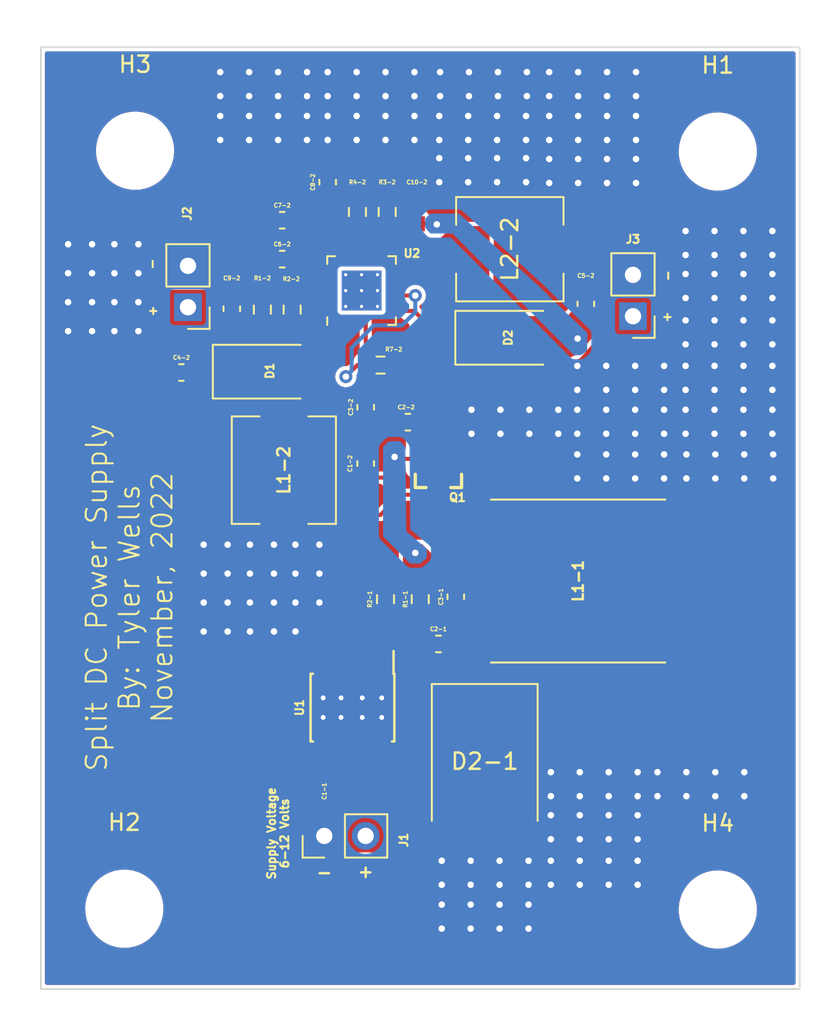
<source format=kicad_pcb>
(kicad_pcb (version 20211014) (generator pcbnew)
  (layers (0 "F.Cu" signal) (31 "B.Cu" signal) (34 "B.Paste" user) (35 "F.Paste" user) (36 "B.SilkS" user "B.Silkscreen") (37 "F.SilkS" user "F.Silkscreen") (38 "B.Mask" user) (39 "F.Mask" user) (44 "Edge.Cuts" user))
  (net 0 "")
  (net 1 "Net-(C1-1-Pad1)")
  (net 2 "Earth")
  (net 3 "Net-(C1-2-Pad1)")
  (net 4 "Net-(C2-1-Pad1)")
  (net 5 "Net-(C2-1-Pad2)")
  (net 6 "5V")
  (net 7 "Net-(C3-2-Pad1)")
  (net 8 "Net-(C4-2-Pad1)")
  (net 9 "Net-(C6-2-Pad1)")
  (net 10 "Net-(C7-2-Pad1)")
  (net 11 "Net-(C8-2-Pad1)")
  (net 12 "Net-(C9-2-Pad2)")
  (net 13 "Net-(C10-2-Pad1)")
  (net 14 "Net-(D1-Pad2)")
  (net 15 "Net-(D2-Pad1)")
  (net 16 "Net-(Q1-Pad1)")
  (net 17 "Net-(R1-1-Pad2)")
  (net 24 "Net-(C10-2-Pad2)")
  (footprint "Connector_PinHeader_2.54mm:PinHeader_1x02_P2.54mm_Vertical" (layer "F.Cu") (at 72.5612 47.2948 180)
    (fp_text reference "J3")
    (fp_text value "Conn_01x02")
  )
  (footprint "Capacitor_SMD:C_0603_1608Metric_Pad1.08x0.95mm_HandSolder" (layer "F.Cu") (at 51.0032 41.402 180)
    (fp_text reference "C7-2")
    (fp_text value "4.7 nF")
  )
  (footprint "Inductor_SMD:L_6.3x6.3_H3" (layer "F.Cu") (at 64.992 43.18)
    (fp_text reference "L2-2")
    (fp_text value "4.7 µH")
  )
  (footprint "Capacitor_SMD:C_0603_1608Metric_Pad1.08x0.95mm_HandSolder" (layer "F.Cu") (at 53.7972 39.0652 90)
    (fp_text reference "C8-2")
    (fp_text value "220 nF")
  )
  (footprint "MountingHole:MountingHole_4.3mm_M4" (layer "F.Cu") (at 77.7748 83.7184)
    (fp_text reference "H4")
    (fp_text value "MountingHole")
  )
  (footprint "Resistor_SMD:R_0603_1608Metric_Pad0.98x0.95mm_HandSolder" (layer "F.Cu") (at 59.4868 64.6684 -90)
    (fp_text reference "R1-1")
    (fp_text value "10kΩ")
  )
  (footprint "Resistor_SMD:R_0603_1608Metric_Pad0.98x0.95mm_HandSolder" (layer "F.Cu") (at 57.0484 50.292 180)
    (fp_text reference "R7-2")
    (fp_text value "100 Ω")
  )
  (footprint "Capacitor_SMD:C_0603_1608Metric_Pad1.08x0.95mm_HandSolder" (layer "F.Cu") (at 51.0032 43.7896 180)
    (fp_text reference "C6-2")
    (fp_text value "10 nF")
  )
  (footprint "Mis:CAPC1608X90" (layer "F.Cu") (at 59.2836 40.8432 -90)
    (fp_text reference "C10-2")
    (fp_text value "577 nF")
  )
  (footprint "Connector_PinHeader_2.54mm:PinHeader_1x02_P2.54mm_Vertical" (layer "F.Cu") (at 53.589 79.1972 90)
    (fp_text reference "J1")
    (fp_text value "Conn_01x02")
  )
  (footprint "Capacitor_SMD:C_0603_1608Metric" (layer "F.Cu") (at 61.6712 64.516 -90)
    (fp_text reference "C3-1")
    (fp_text value "22 µF")
  )
  (footprint "Capacitor_SMD:C_0603_1608Metric_Pad1.08x0.95mm_HandSolder" (layer "F.Cu") (at 47.9044 46.8376 90)
    (fp_text reference "C9-2")
    (fp_text value "423 nF")
  )
  (footprint "Package_DFN_QFN:VQFN-24-1EP_4x4mm_P0.5mm_EP2.45x2.45mm_ThermalVias" (layer "F.Cu") (at 55.88 45.72 90)
    (fp_text reference "U2")
    (fp_text value "TPS65131RGE")
  )
  (footprint "MountingHole:MountingHole_4.3mm_M4" (layer "F.Cu") (at 77.7748 37.1856)
    (fp_text reference "H1")
    (fp_text value "MountingHole")
  )
  (footprint "Resistor_SMD:R_0603_1608Metric_Pad0.98x0.95mm_HandSolder" (layer "F.Cu") (at 51.6128 46.8884 -90)
    (fp_text reference "R2-2")
    (fp_text value "150kΩ")
  )
  (footprint "Capacitor_SMD:C_0603_1608Metric_Pad1.08x0.95mm_HandSolder" (layer "F.Cu") (at 56.134 56.3372 90)
    (fp_text reference "C1-2")
    (fp_text value "4.7 µF")
  )
  (footprint "MountingHole:MountingHole_4.3mm_M4" (layer "F.Cu") (at 41.3004 83.6676)
    (fp_text reference "H2")
    (fp_text value "MountingHole")
  )
  (footprint "Mis:SOT23" (layer "F.Cu") (at 60.6044 57.15 180)
    (fp_text reference "Q1")
    (fp_text value "Q_PMOS_GSD")
  )
  (footprint "Capacitor_SMD:C_0603_1608Metric" (layer "F.Cu") (at 69.6656 46.5328 90)
    (fp_text reference "C5-2")
    (fp_text value "22 µF")
  )
  (footprint "Resistor_SMD:R_0603_1608Metric_Pad0.98x0.95mm_HandSolder" (layer "F.Cu") (at 55.626 40.894 -90)
    (fp_text reference "R4-2")
    (fp_text value "130kΩ")
  )
  (footprint "Mis:IND_ETQP4M470KVC" (layer "F.Cu") (at 69.1896 63.5508 180)
    (fp_text reference "L1-1")
    (fp_text value "47 µH")
  )
  (footprint "Resistor_SMD:R_0603_1608Metric_Pad0.98x0.95mm_HandSolder" (layer "F.Cu") (at 49.784 46.8884 90)
    (fp_text reference "R1-2")
    (fp_text value "1.3MΩ")
  )
  (footprint "Diode_SMD:D_SMC" (layer "F.Cu") (at 63.4492 74.6724 -90)
    (fp_text reference "D2-1")
    (fp_text value "B340")
  )
  (footprint "Resistor_SMD:R_0603_1608Metric_Pad0.98x0.95mm_HandSolder" (layer "F.Cu") (at 57.3532 64.6684 90)
    (fp_text reference "R2-1")
    (fp_text value "3.24kΩ")
  )
  (footprint "MountingHole:MountingHole_4.3mm_M4" (layer "F.Cu") (at 41.9608 37.1348)
    (fp_text reference "H3")
    (fp_text value "MountingHole")
  )
  (footprint "Mis:CAPC1608X90" (layer "F.Cu") (at 55.3212 76.454 180)
    (fp_text reference "C1-1")
    (fp_text value "10µF")
  )
  (footprint "Diode_SMD:D_SMA" (layer "F.Cu") (at 65.0428 48.6156)
    (fp_text reference "D2")
    (fp_text value "B120-E3")
  )
  (footprint "Package_SO:TI_SO-PowerPAD-8_ThermalVias" (layer "F.Cu") (at 55.3212 71.3232 -90)
    (fp_text reference "U1")
    (fp_text value "TPS5430DDA")
  )
  (footprint "Inductor_SMD:L_6.3x6.3_H3" (layer "F.Cu") (at 51.1048 56.7436 90)
    (fp_text reference "L1-2")
    (fp_text value "4.7 µH")
  )
  (footprint "Resistor_SMD:R_0603_1608Metric_Pad0.98x0.95mm_HandSolder" (layer "F.Cu") (at 57.4548 40.894 90)
    (fp_text reference "R3-2")
    (fp_text value "1.3 MΩ")
  )
  (footprint "Capacitor_SMD:C_0603_1608Metric_Pad1.08x0.95mm_HandSolder" (layer "F.Cu") (at 58.7248 53.7972 180)
    (fp_text reference "C2-2")
    (fp_text value "4.7 µF")
  )
  (footprint "Capacitor_SMD:C_0603_1608Metric_Pad1.08x0.95mm_HandSolder" (layer "F.Cu") (at 56.134 52.8828 -90)
    (fp_text reference "C3-2")
    (fp_text value "100 nF")
  )
  (footprint "Connector_PinHeader_2.54mm:PinHeader_1x02_P2.54mm_Vertical" (layer "F.Cu") (at 45.212 46.741 180)
    (fp_text reference "J2")
    (fp_text value "Conn_01x02")
  )
  (footprint "Capacitor_SMD:C_0603_1608Metric_Pad1.08x0.95mm_HandSolder" (layer "F.Cu") (at 60.6044 67.4116 180)
    (fp_text reference "C2-1")
    (fp_text value "0.01µF")
  )
  (footprint "Capacitor_SMD:C_0603_1608Metric" (layer "F.Cu") (at 44.8056 50.7492 180)
    (fp_text reference "C4-2")
    (fp_text value "22 µF")
  )
  (footprint "Diode_SMD:D_SMA" (layer "F.Cu") (at 50.1396 50.6984)
    (fp_text reference "D1")
    (fp_text value "B120-E3")
  )
  (gr_rect locked (start 36.1696 30.7848) (end 82.804 88.5952) (layer "Edge.Cuts") (width 0.1) (fill none))
  (gr_text "-" (at 43.0784 44.0944 -90) (layer "F.SilkS") (effects (font (size 0.5 0.5) (thickness 0.125))))
  (gr_text "-" (at 53.594 81.4324) (layer "F.SilkS") (effects (font (size 0.75 0.75))))
  (gr_text "+" (at 56.134 81.3816) (layer "F.SilkS") (effects (font (size 0.75 0.75))))
  (gr_text "+" (at 74.644 47.3456 90) (layer "F.SilkS") (effects (font (size 0.5 0.5) (thickness 0.125)) (justify mirror)))
  (gr_text "+" (at 43.0784 46.9392) (layer "F.SilkS") (effects (font (size 0.5 0.5) (thickness 0.125))))
  (gr_text "Split DC Power Supply\nBy: Tyler Wells\nNovember, 2022\n\n" (at 42.6212 64.5668 -270) (layer "F.SilkS") (effects (font (size 1.25 1.25) (thickness 0.125))))
  (gr_text "-" (at 74.6948 44.8056 90) (layer "F.SilkS") (effects (font (size 0.5 0.5) (thickness 0.125)) (justify mirror)))
  (gr_text "Supply Voltage\n6-12 Volts" (at 50.7492 79.0448 -270) (layer "F.SilkS") (effects (font (size 0.5 0.5) (thickness 0.125))))
  (segment locked (start 53.7972 38.2027) (end 53.7972 38.2524) (width 0.25) (layer "F.Cu") (net 2))
  (segment locked (start 51.6128 47.8009) (end 51.6128 48.1584) (width 0.25) (layer "F.Cu") (net 2))
  (via locked (at 81.1276 47.5488) (size 0.8) (drill 0.4) (layers "F.Cu" "B.Cu") (net 2))
  (via locked (at 37.846 44.6532) (size 0.8) (drill 0.4) (layers "F.Cu" "B.Cu") (net 2))
  (via locked (at 70.9676 35.0012) (size 0.8) (drill 0.4) (layers "F.Cu" "B.Cu") (net 2))
  (via locked (at 62.6364 54.5084) (size 0.8) (drill 0.4) (layers "F.Cu" "B.Cu") (net 2))
  (via locked (at 49.022 63.0936) (size 0.8) (drill 0.4) (layers "F.Cu" "B.Cu") (net 2))
  (via locked (at 50.7492 33.782) (size 0.8) (drill 0.4) (layers "F.Cu" "B.Cu") (net 2))
  (via locked (at 70.9168 51.816) (size 0.8) (drill 0.4) (layers "F.Cu" "B.Cu") (net 2))
  (via locked (at 66.1416 82.1944) (size 0.8) (drill 0.4) (layers "F.Cu" "B.Cu") (net 2))
  (via locked (at 53.7972 36.4744) (size 0.8) (drill 0.4) (layers "F.Cu" "B.Cu") (net 2))
  (via locked (at 49.022 66.6496) (size 0.8) (drill 0.4) (layers "F.Cu" "B.Cu") (net 2))
  (via locked (at 72.8472 79.4004) (size 0.8) (drill 0.4) (layers "F.Cu" "B.Cu") (net 2))
  (via locked (at 79.3496 43.5356) (size 0.8) (drill 0.4) (layers "F.Cu" "B.Cu") (net 2))
  (via locked (at 51.816 61.3156) (size 0.8) (drill 0.4) (layers "F.Cu" "B.Cu") (net 2))
  (via locked (at 60.706 32.3088) (size 0.8) (drill 0.4) (layers "F.Cu" "B.Cu") (net 2))
  (via locked (at 79.4004 57.2516) (size 0.8) (drill 0.4) (layers "F.Cu" "B.Cu") (net 2))
  (via locked (at 51.816 66.6496) (size 0.8) (drill 0.4) (layers "F.Cu" "B.Cu") (net 2))
  (via locked (at 74.4728 50.3428) (size 0.8) (drill 0.4) (layers "F.Cu" "B.Cu") (net 2))
  (via locked (at 77.5716 44.704) (size 0.8) (drill 0.4) (layers "F.Cu" "B.Cu") (net 2))
  (via locked (at 42.164 42.8752) (size 0.8) (drill 0.4) (layers "F.Cu" "B.Cu") (net 2))
  (via locked (at 39.3192 42.8752) (size 0.8) (drill 0.4) (layers "F.Cu" "B.Cu") (net 2))
  (via locked (at 59.1312 36.4744) (size 0.8) (drill 0.4) (layers "F.Cu" "B.Cu") (net 2))
  (via locked (at 70.9168 55.7784) (size 0.8) (drill 0.4) (layers "F.Cu" "B.Cu") (net 2))
  (via locked (at 60.6552 36.4744) (size 0.8) (drill 0.4) (layers "F.Cu" "B.Cu") (net 2))
  (via locked (at 53.2892 61.3156) (size 0.8) (drill 0.4) (layers "F.Cu" "B.Cu") (net 2))
  (via locked (at 39.3192 44.6532) (size 0.8) (drill 0.4) (layers "F.Cu" "B.Cu") (net 2))
  (via locked (at 72.7456 35.0012) (size 0.8) (drill 0.4) (layers "F.Cu" "B.Cu") (net 2))
  (via locked (at 72.8472 75.2856) (size 0.8) (drill 0.4) (layers "F.Cu" "B.Cu") (net 2))
  (via locked (at 53.2892 64.8716) (size 0.8) (drill 0.4) (layers "F.Cu" "B.Cu") (net 2))
  (via locked (at 60.706 33.782) (size 0.8) (drill 0.4) (layers "F.Cu" "B.Cu") (net 2))
  (via locked (at 67.4116 39.116) (size 0.8) (drill 0.4) (layers "F.Cu" "B.Cu") (net 2))
  (via locked (at 55.5752 36.4744) (size 0.8) (drill 0.4) (layers "F.Cu" "B.Cu") (net 2))
  (via locked (at 75.7936 44.704) (size 0.8) (drill 0.4) (layers "F.Cu" "B.Cu") (net 2))
  (via locked (at 77.6224 55.7784) (size 0.8) (drill 0.4) (layers "F.Cu" "B.Cu") (net 2))
  (via locked (at 64.2112 35.0012) (size 0.8) (drill 0.4) (layers "F.Cu" "B.Cu") (net 2))
  (via locked (at 62.4332 35.0012) (size 0.8) (drill 0.4) (layers "F.Cu" "B.Cu") (net 2))
  (via locked (at 74.0664 76.7588) (size 0.8) (drill 0.4) (layers "F.Cu" "B.Cu") (net 2))
  (via locked (at 46.1772 63.0936) (size 0.8) (drill 0.4) (layers "F.Cu" "B.Cu") (net 2))
  (via locked (at 72.8472 77.9272) (size 0.8) (drill 0.4) (layers "F.Cu" "B.Cu") (net 2))
  (via locked (at 57.3532 32.3088) (size 0.8) (drill 0.4) (layers "F.Cu" "B.Cu") (net 2))
  (via locked (at 71.0692 82.1944) (size 0.8) (drill 0.4) (layers "F.Cu" "B.Cu") (net 2))
  (via locked (at 79.4004 55.7784) (size 0.8) (drill 0.4) (layers "F.Cu" "B.Cu") (net 2))
  (via locked (at 60.8076 80.7212) (size 0.8) (drill 0.4) (layers "F.Cu" "B.Cu") (net 2))
  (via locked (at 70.9676 32.3088) (size 0.8) (drill 0.4) (layers "F.Cu" "B.Cu") (net 2))
  (via locked (at 77.6224 57.2516) (size 0.8) (drill 0.4) (layers "F.Cu" "B.Cu") (net 2))
  (via locked (at 81.1784 57.2516) (size 0.8) (drill 0.4) (layers "F.Cu" "B.Cu") (net 2))
  (via locked (at 60.6552 39.0652) (size 0.8) (drill 0.4) (layers "F.Cu" "B.Cu") (net 2))
  (via locked (at 47.1932 35.0012) (size 0.8) (drill 0.4) (layers "F.Cu" "B.Cu") (net 2))
  (via locked (at 42.164 48.2092) (size 0.8) (drill 0.4) (layers "F.Cu" "B.Cu") (net 2))
  (via locked (at 77.6224 76.7588) (size 0.8) (drill 0.4) (layers "F.Cu" "B.Cu") (net 2))
  (via locked (at 62.4332 36.4744) (size 0.8) (drill 0.4) (layers "F.Cu" "B.Cu") (net 2))
  (via locked (at 77.5716 49.022) (size 0.8) (drill 0.4) (layers "F.Cu" "B.Cu") (net 2))
  (via locked (at 66.1416 80.7212) (size 0.8) (drill 0.4) (layers "F.Cu" "B.Cu") (net 2))
  (via locked (at 74.4728 53.0352) (size 0.8) (drill 0.4) (layers "F.Cu" "B.Cu") (net 2))
  (via locked (at 67.5132 77.9272) (size 0.8) (drill 0.4) (layers "F.Cu" "B.Cu") (net 2))
  (via locked (at 70.9168 53.0352) (size 0.8) (drill 0.4) (layers "F.Cu" "B.Cu") (net 2))
  (via locked (at 59.1312 33.782) (size 0.8) (drill 0.4) (layers "F.Cu" "B.Cu") (net 2))
  (via locked (at 64.2112 36.4744) (size 0.8) (drill 0.4) (layers "F.Cu" "B.Cu") (net 2))
  (via locked (at 69.2912 79.4004) (size 0.8) (drill 0.4) (layers "F.Cu" "B.Cu") (net 2))
  (via locked (at 72.6948 51.816) (size 0.8) (drill 0.4) (layers "F.Cu" "B.Cu") (net 2))
  (via locked (at 40.6908 42.8752) (size 0.8) (drill 0.4) (layers "F.Cu" "B.Cu") (net 2))
  (via locked (at 67.5132 82.1944) (size 0.8) (drill 0.4) (layers "F.Cu" "B.Cu") (net 2))
  (via locked (at 75.7936 51.816) (size 0.8) (drill 0.4) (layers "F.Cu" "B.Cu") (net 2))
  (via locked (at 62.484 33.782) (size 0.8) (drill 0.4) (layers "F.Cu" "B.Cu") (net 2))
  (via locked (at 81.1276 44.704) (size 0.8) (drill 0.4) (layers "F.Cu" "B.Cu") (net 2))
  (via locked (at 72.6948 55.7784) (size 0.8) (drill 0.4) (layers "F.Cu" "B.Cu") (net 2))
  (via locked (at 60.8076 83.4136) (size 0.8) (drill 0.4) (layers "F.Cu" "B.Cu") (net 2))
  (via locked (at 51.816 63.0936) (size 0.8) (drill 0.4) (layers "F.Cu" "B.Cu") (net 2))
  (via locked (at 50.4952 61.3156) (size 0.8) (drill 0.4) (layers "F.Cu" "B.Cu") (net 2))
  (via locked (at 53.7972 32.3088) (size 0.8) (drill 0.4) (layers "F.Cu" "B.Cu") (net 2))
  (via locked (at 69.1896 33.782) (size 0.8) (drill 0.4) (layers "F.Cu" "B.Cu") (net 2))
  (via locked (at 37.846 46.4312) (size 0.8) (drill 0.4) (layers "F.Cu" "B.Cu") (net 2))
  (via locked (at 79.3496 47.5488) (size 0.8) (drill 0.4) (layers "F.Cu" "B.Cu") (net 2))
  (via locked (at 77.5716 53.0352) (size 0.8) (drill 0.4) (layers "F.Cu" "B.Cu") (net 2))
  (via locked (at 64.4144 54.5084) (size 0.8) (drill 0.4) (layers "F.Cu" "B.Cu") (net 2))
  (via locked (at 51.816 64.8716) (size 0.8) (drill 0.4) (layers "F.Cu" "B.Cu") (net 2))
  (via locked (at 71.0692 76.7588) (size 0.8) (drill 0.4) (layers "F.Cu" "B.Cu") (net 2))
  (via locked (at 77.5716 43.5356) (size 0.8) (drill 0.4) (layers "F.Cu" "B.Cu") (net 2))
  (via locked (at 70.9168 50.3428) (size 0.8) (drill 0.4) (layers "F.Cu" "B.Cu") (net 2))
  (via locked (at 42.164 46.4312) (size 0.8) (drill 0.4) (layers "F.Cu" "B.Cu") (net 2))
  (via locked (at 55.5752 32.3088) (size 0.8) (drill 0.4) (layers "F.Cu" "B.Cu") (net 2))
  (via locked (at 52.5272 35.0012) (size 0.8) (drill 0.4) (layers "F.Cu" "B.Cu") (net 2))
  (via locked (at 69.2912 75.2856) (size 0.8) (drill 0.4) (layers "F.Cu" "B.Cu") (net 2))
  (via locked (at 70.9676 36.4744) (size 0.8) (drill 0.4) (layers "F.Cu" "B.Cu") (net 2))
  (via locked (at 67.5132 76.7588) (size 0.8) (drill 0.4) (layers "F.Cu" "B.Cu") (net 2))
  (via locked (at 81.1276 49.022) (size 0.8) (drill 0.4) (layers "F.Cu" "B.Cu") (net 2))
  (via locked (at 81.1276 46.1772) (size 0.8) (drill 0.4) (layers "F.Cu" "B.Cu") (net 2))
  (via locked (at 47.1932 36.4744) (size 0.8) (drill 0.4) (layers "F.Cu" "B.Cu") (net 2))
  (via locked (at 52.5272 33.782) (size 0.8) (drill 0.4) (layers "F.Cu" "B.Cu") (net 2))
  (via locked (at 72.6948 57.2516) (size 0.8) (drill 0.4) (layers "F.Cu" "B.Cu") (net 2))
  (via locked (at 77.5716 50.3428) (size 0.8) (drill 0.4) (layers "F.Cu" "B.Cu") (net 2))
  (via locked (at 65.9892 36.4744) (size 0.8) (drill 0.4) (layers "F.Cu" "B.Cu") (net 2))
  (via locked (at 65.9892 39.0652) (size 0.8) (drill 0.4) (layers "F.Cu" "B.Cu") (net 2))
  (via locked (at 79.3496 54.5084) (size 0.8) (drill 0.4) (layers "F.Cu" "B.Cu") (net 2))
  (via locked (at 47.1932 32.3088) (size 0.8) (drill 0.4) (layers "F.Cu" "B.Cu") (net 2))
  (via locked (at 75.8444 75.2856) (size 0.8) (drill 0.4) (layers "F.Cu" "B.Cu") (net 2))
  (via locked (at 72.7456 33.782) (size 0.8) (drill 0.4) (layers "F.Cu" "B.Cu") (net 2))
  (via locked (at 49.022 64.8716) (size 0.8) (drill 0.4) (layers "F.Cu" "B.Cu") (net 2))
  (via locked (at 50.4952 63.0936) (size 0.8) (drill 0.4) (layers "F.Cu" "B.Cu") (net 2))
  (via locked (at 79.4004 76.7588) (size 0.8) (drill 0.4) (layers "F.Cu" "B.Cu") (net 2))
  (via locked (at 46.1772 66.6496) (size 0.8) (drill 0.4) (layers "F.Cu" "B.Cu") (net 2))
  (via locked (at 37.846 42.8752) (size 0.8) (drill 0.4) (layers "F.Cu" "B.Cu") (net 2))
  (via locked (at 69.2912 80.7212) (size 0.8) (drill 0.4) (layers "F.Cu" "B.Cu") (net 2))
  (via locked (at 69.1388 55.7784) (size 0.8) (drill 0.4) (layers "F.Cu" "B.Cu") (net 2))
  (via locked (at 57.3532 36.4744) (size 0.8) (drill 0.4) (layers "F.Cu" "B.Cu") (net 2))
  (via locked (at 55.5752 33.782) (size 0.8) (drill 0.4) (layers "F.Cu" "B.Cu") (net 2))
  (via locked (at 67.4116 35.0012) (size 0.8) (drill 0.4) (layers "F.Cu" "B.Cu") (net 2))
  (via locked (at 81.1276 53.0352) (size 0.8) (drill 0.4) (layers "F.Cu" "B.Cu") (net 2))
  (via locked (at 81.1276 50.3428) (size 0.8) (drill 0.4) (layers "F.Cu" "B.Cu") (net 2))
  (via locked (at 67.5132 80.7212) (size 0.8) (drill 0.4) (layers "F.Cu" "B.Cu") (net 2))
  (via locked (at 72.6948 54.5084) (size 0.8) (drill 0.4) (layers "F.Cu" "B.Cu") (net 2))
  (via locked (at 77.5716 54.5084) (size 0.8) (drill 0.4) (layers "F.Cu" "B.Cu") (net 2))
  (via locked (at 70.9676 37.6428) (size 0.8) (drill 0.4) (layers "F.Cu" "B.Cu") (net 2))
  (via locked (at 62.4332 39.0652) (size 0.8) (drill 0.4) (layers "F.Cu" "B.Cu") (net 2))
  (via locked (at 75.8444 55.7784) (size 0.8) (drill 0.4) (layers "F.Cu" "B.Cu") (net 2))
  (via locked (at 39.3192 46.4312) (size 0.8) (drill 0.4) (layers "F.Cu" "B.Cu") (net 2))
  (via locked (at 72.7456 32.3088) (size 0.8) (drill 0.4) (layers "F.Cu" "B.Cu") (net 2))
  (via locked (at 75.8444 57.2516) (size 0.8) (drill 0.4) (layers "F.Cu" "B.Cu") (net 2))
  (via locked (at 65.9892 37.592) (size 0.8) (drill 0.4) (layers "F.Cu" "B.Cu") (net 2))
  (via locked (at 42.164 44.6532) (size 0.8) (drill 0.4) (layers "F.Cu" "B.Cu") (net 2))
  (via locked (at 74.0664 75.2856) (size 0.8) (drill 0.4) (layers "F.Cu" "B.Cu") (net 2))
  (via locked (at 64.2112 39.0652) (size 0.8) (drill 0.4) (layers "F.Cu" "B.Cu") (net 2))
  (via locked (at 48.9712 32.3088) (size 0.8) (drill 0.4) (layers "F.Cu" "B.Cu") (net 2))
  (via locked (at 55.5752 35.0012) (size 0.8) (drill 0.4) (layers "F.Cu" "B.Cu") (net 2))
  (via locked (at 69.1896 32.3088) (size 0.8) (drill 0.4) (layers "F.Cu" "B.Cu") (net 2))
  (via locked (at 50.7492 36.4744) (size 0.8) (drill 0.4) (layers "F.Cu" "B.Cu") (net 2))
  (via locked (at 67.4116 36.4744) (size 0.8) (drill 0.4) (layers "F.Cu" "B.Cu") (net 2))
  (via locked (at 69.2912 76.7588) (size 0.8) (drill 0.4) (layers "F.Cu" "B.Cu") (net 2))
  (via locked (at 81.1276 42.0624) (size 0.8) (drill 0.4) (layers "F.Cu" "B.Cu") (net 2))
  (via locked (at 52.5272 36.4744) (size 0.8) (drill 0.4) (layers "F.Cu" "B.Cu") (net 2))
  (via locked (at 62.5856 80.7212) (size 0.8) (drill 0.4) (layers "F.Cu" "B.Cu") (net 2))
  (via locked (at 50.7492 35.0012) (size 0.8) (drill 0.4) (layers "F.Cu" "B.Cu") (net 2))
  (via locked (at 37.846 48.2092) (size 0.8) (drill 0.4) (layers "F.Cu" "B.Cu") (net 2))
  (via locked (at 74.4728 54.5084) (size 0.8) (drill 0.4) (layers "F.Cu" "B.Cu") (net 2))
  (via locked (at 64.262 33.782) (size 0.8) (drill 0.4) (layers "F.Cu" "B.Cu") (net 2))
  (via locked (at 70.9676 33.782) (size 0.8) (drill 0.4) (layers "F.Cu" "B.Cu") (net 2))
  (via locked (at 66.1416 83.4136) (size 0.8) (drill 0.4) (layers "F.Cu" "B.Cu") (net 2))
  (via locked (at 67.4116 37.6428) (size 0.8) (drill 0.4) (layers "F.Cu" "B.Cu") (net 2))
  (via locked (at 40.6908 44.6532) (size 0.8) (drill 0.4) (layers "F.Cu" "B.Cu") (net 2))
  (via locked (at 79.3496 46.1772) (size 0.8) (drill 0.4) (layers "F.Cu" "B.Cu") (net 2))
  (via locked (at 79.3496 42.0624) (size 0.8) (drill 0.4) (layers "F.Cu" "B.Cu") (net 2))
  (via locked (at 40.6908 46.4312) (size 0.8) (drill 0.4) (layers "F.Cu" "B.Cu") (net 2))
  (via locked (at 64.262 32.3088) (size 0.8) (drill 0.4) (layers "F.Cu" "B.Cu") (net 2))
  (via locked (at 72.8472 80.7212) (size 0.8) (drill 0.4) (layers "F.Cu" "B.Cu") (net 2))
  (via locked (at 79.3496 44.704) (size 0.8) (drill 0.4) (layers "F.Cu" "B.Cu") (net 2))
  (via locked (at 72.8472 76.7588) (size 0.8) (drill 0.4) (layers "F.Cu" "B.Cu") (net 2))
  (via locked (at 64.3636 83.4136) (size 0.8) (drill 0.4) (layers "F.Cu" "B.Cu") (net 2))
  (via locked (at 53.7972 33.782) (size 0.8) (drill 0.4) (layers "F.Cu" "B.Cu") (net 2))
  (via locked (at 71.0692 75.2856) (size 0.8) (drill 0.4) (layers "F.Cu" "B.Cu") (net 2))
  (via locked (at 69.1896 36.4744) (size 0.8) (drill 0.4) (layers "F.Cu" "B.Cu") (net 2))
  (via locked (at 57.3532 35.0012) (size 0.8) (drill 0.4) (layers "F.Cu" "B.Cu") (net 2))
  (via locked (at 57.3532 33.782) (size 0.8) (drill 0.4) (layers "F.Cu" "B.Cu") (net 2))
  (via locked (at 62.4332 37.592) (size 0.8) (drill 0.4) (layers "F.Cu" "B.Cu") (net 2))
  (via locked (at 65.9892 35.0012) (size 0.8) (drill 0.4) (layers "F.Cu" "B.Cu") (net 2))
  (via locked (at 46.1772 64.8716) (size 0.8) (drill 0.4) (layers "F.Cu" "B.Cu") (net 2))
  (via locked (at 66.1924 54.5084) (size 0.8) (drill 0.4) (layers "F.Cu" "B.Cu") (net 2))
  (via locked (at 69.2912 77.9272) (size 0.8) (drill 0.4) (layers "F.Cu" "B.Cu") (net 2))
  (via locked (at 67.9704 53.0352) (size 0.8) (drill 0.4) (layers "F.Cu" "B.Cu") (net 2))
  (via locked (at 69.1896 39.116) (size 0.8) (drill 0.4) (layers "F.Cu" "B.Cu") (net 2))
  (via locked (at 72.8472 82.1944) (size 0.8) (drill 0.4) (layers "F.Cu" "B.Cu") (net 2))
  (via locked (at 74.4728 51.816) (size 0.8) (drill 0.4) (layers "F.Cu" "B.Cu") (net 2))
  (via locked (at 75.7936 49.022) (size 0.8) (drill 0.4) (layers "F.Cu" "B.Cu") (net 2))
  (via locked (at 62.5856 84.8868) (size 0.8) (drill 0.4) (layers "F.Cu" "B.Cu") (net 2))
  (via locked (at 60.6552 37.592) (size 0.8) (drill 0.4) (layers "F.Cu" "B.Cu") (net 2))
  (via locked (at 64.3636 80.7212) (size 0.8) (drill 0.4) (layers "F.Cu" "B.Cu") (net 2))
  (via locked (at 79.4004 75.2856) (size 0.8) (drill 0.4) (layers "F.Cu" "B.Cu") (net 2))
  (via locked (at 67.4116 33.782) (size 0.8) (drill 0.4) (layers "F.Cu" "B.Cu") (net 2))
  (via locked (at 75.7936 53.0352) (size 0.8) (drill 0.4) (layers "F.Cu" "B.Cu") (net 2))
  (via locked (at 69.1896 37.6428) (size 0.8) (drill 0.4) (layers "F.Cu" "B.Cu") (net 2))
  (via locked (at 48.9712 33.782) (size 0.8) (drill 0.4) (layers "F.Cu" "B.Cu") (net 2))
  (via locked (at 75.7936 43.5356) (size 0.8) (drill 0.4) (layers "F.Cu" "B.Cu") (net 2))
  (via locked (at 69.1388 54.5084) (size 0.8) (drill 0.4) (layers "F.Cu" "B.Cu") (net 2))
  (via locked (at 75.7936 42.0624) (size 0.8) (drill 0.4) (layers "F.Cu" "B.Cu") (net 2))
  (via locked (at 79.3496 49.022) (size 0.8) (drill 0.4) (layers "F.Cu" "B.Cu") (net 2))
  (via locked (at 48.9712 36.4744) (size 0.8) (drill 0.4) (layers "F.Cu" "B.Cu") (net 2))
  (via locked (at 60.8076 82.1944) (size 0.8) (drill 0.4) (layers "F.Cu" "B.Cu") (net 2))
  (via locked (at 74.4728 57.2516) (size 0.8) (drill 0.4) (layers "F.Cu" "B.Cu") (net 2))
  (via locked (at 60.6552 35.0012) (size 0.8) (drill 0.4) (layers "F.Cu" "B.Cu") (net 2))
  (via locked (at 71.0692 77.9272) (size 0.8) (drill 0.4) (layers "F.Cu" "B.Cu") (net 2))
  (via locked (at 81.1784 55.7784) (size 0.8) (drill 0.4) (layers "F.Cu" "B.Cu") (net 2))
  (via locked (at 69.1388 53.0352) (size 0.8) (drill 0.4) (layers "F.Cu" "B.Cu") (net 2))
  (via locked (at 71.0692 80.7212) (size 0.8) (drill 0.4) (layers "F.Cu" "B.Cu") (net 2))
  (via locked (at 48.9712 35.0012) (size 0.8) (drill 0.4) (layers "F.Cu" "B.Cu") (net 2))
  (via locked (at 70.9676 39.116) (size 0.8) (drill 0.4) (layers "F.Cu" "B.Cu") (net 2))
  (via locked (at 72.7456 37.6428) (size 0.8) (drill 0.4) (layers "F.Cu" "B.Cu") (net 2))
  (via locked (at 71.0692 79.4004) (size 0.8) (drill 0.4) (layers "F.Cu" "B.Cu") (net 2))
  (via locked (at 77.5716 51.816) (size 0.8) (drill 0.4) (layers "F.Cu" "B.Cu") (net 2))
  (via locked (at 50.4952 66.6496) (size 0.8) (drill 0.4) (layers "F.Cu" "B.Cu") (net 2))
  (via locked (at 74.4728 55.7784) (size 0.8) (drill 0.4) (layers "F.Cu" "B.Cu") (net 2))
  (via locked (at 66.04 32.3088) (size 0.8) (drill 0.4) (layers "F.Cu" "B.Cu") (net 2))
  (via locked (at 70.9168 57.2516) (size 0.8) (drill 0.4) (layers "F.Cu" "B.Cu") (net 2))
  (via locked (at 79.3496 51.816) (size 0.8) (drill 0.4) (layers "F.Cu" "B.Cu") (net 2))
  (via locked (at 64.4144 53.0352) (size 0.8) (drill 0.4) (layers "F.Cu" "B.Cu") (net 2))
  (via locked (at 77.5716 42.0624) (size 0.8) (drill 0.4) (layers "F.Cu" "B.Cu") (net 2))
  (via locked (at 53.7972 35.0012) (size 0.8) (drill 0.4) (layers "F.Cu" "B.Cu") (net 2))
  (via locked (at 81.1276 54.5084) (size 0.8) (drill 0.4) (layers "F.Cu" "B.Cu") (net 2))
  (via locked (at 81.1276 51.816) (size 0.8) (drill 0.4) (layers "F.Cu" "B.Cu") (net 2))
  (via locked (at 64.2112 37.592) (size 0.8) (drill 0.4) (layers "F.Cu" "B.Cu") (net 2))
  (via locked (at 69.1896 35.0012) (size 0.8) (drill 0.4) (layers "F.Cu" "B.Cu") (net 2))
  (via locked (at 75.7936 46.1772) (size 0.8) (drill 0.4) (layers "F.Cu" "B.Cu") (net 2))
  (via locked (at 47.6504 66.6496) (size 0.8) (drill 0.4) (layers "F.Cu" "B.Cu") (net 2))
  (via locked (at 75.7936 47.5488) (size 0.8) (drill 0.4) (layers "F.Cu" "B.Cu") (net 2))
  (via locked (at 64.3636 82.1944) (size 0.8) (drill 0.4) (layers "F.Cu" "B.Cu") (net 2))
  (via locked (at 75.8444 76.7588) (size 0.8) (drill 0.4) (layers "F.Cu" "B.Cu") (net 2))
  (via locked (at 77.5716 47.5488) (size 0.8) (drill 0.4) (layers "F.Cu" "B.Cu") (net 2))
  (via locked (at 60.8076 84.8868) (size 0.8) (drill 0.4) (layers "F.Cu" "B.Cu") (net 2))
  (via locked (at 66.1416 84.8868) (size 0.8) (drill 0.4) (layers "F.Cu" "B.Cu") (net 2))
  (via locked (at 47.1932 33.782) (size 0.8) (drill 0.4) (layers "F.Cu" "B.Cu") (net 2))
  (via locked (at 69.1388 57.2516) (size 0.8) (drill 0.4) (layers "F.Cu" "B.Cu") (net 2))
  (via locked (at 77.5716 46.1772) (size 0.8) (drill 0.4) (layers "F.Cu" "B.Cu") (net 2))
  (via locked (at 67.4116 32.3088) (size 0.8) (drill 0.4) (layers "F.Cu" "B.Cu") (net 2))
  (via locked (at 69.1388 51.816) (size 0.8) (drill 0.4) (layers "F.Cu" "B.Cu") (net 2))
  (via locked (at 69.2912 82.1944) (size 0.8) (drill 0.4) (layers "F.Cu" "B.Cu") (net 2))
  (via locked (at 69.1388 50.3428) (size 0.8) (drill 0.4) (layers "F.Cu" "B.Cu") (net 2))
  (via locked (at 50.7492 32.3088) (size 0.8) (drill 0.4) (layers "F.Cu" "B.Cu") (net 2))
  (via locked (at 66.04 33.782) (size 0.8) (drill 0.4) (layers "F.Cu" "B.Cu") (net 2))
  (via locked (at 46.1772 61.3156) (size 0.8) (drill 0.4) (layers "F.Cu" "B.Cu") (net 2))
  (via locked (at 67.5132 79.4004) (size 0.8) (drill 0.4) (layers "F.Cu" "B.Cu") (net 2))
  (via locked (at 81.1276 43.5356) (size 0.8) (drill 0.4) (layers "F.Cu" "B.Cu") (net 2))
  (via locked (at 50.4952 64.8716) (size 0.8) (drill 0.4) (layers "F.Cu" "B.Cu") (net 2))
  (via locked (at 47.6504 61.3156) (size 0.8) (drill 0.4) (layers "F.Cu" "B.Cu") (net 2))
  (via locked (at 62.5856 83.4136) (size 0.8) (drill 0.4) (layers "F.Cu" "B.Cu") (net 2))
  (via locked (at 47.6504 64.8716) (size 0.8) (drill 0.4) (layers "F.Cu" "B.Cu") (net 2))
  (via locked (at 62.5856 82.1944) (size 0.8) (drill 0.4) (layers "F.Cu" "B.Cu") (net 2))
  (via locked (at 40.6908 48.2092) (size 0.8) (drill 0.4) (layers "F.Cu" "B.Cu") (net 2))
  (via locked (at 62.6364 53.0352) (size 0.8) (drill 0.4) (layers "F.Cu" "B.Cu") (net 2))
  (via locked (at 67.9704 54.5084) (size 0.8) (drill 0.4) (layers "F.Cu" "B.Cu") (net 2))
  (via locked (at 72.7456 39.116) (size 0.8) (drill 0.4) (layers "F.Cu" "B.Cu") (net 2))
  (via locked (at 39.3192 48.2092) (size 0.8) (drill 0.4) (layers "F.Cu" "B.Cu") (net 2))
  (via locked (at 59.1312 35.0012) (size 0.8) (drill 0.4) (layers "F.Cu" "B.Cu") (net 2))
  (via locked (at 75.7936 54.5084) (size 0.8) (drill 0.4) (layers "F.Cu" "B.Cu") (net 2))
  (via locked (at 72.6948 50.3428) (size 0.8) (drill 0.4) (layers "F.Cu" "B.Cu") (net 2))
  (via locked (at 67.5132 75.2856) (size 0.8) (drill 0.4) (layers "F.Cu" "B.Cu") (net 2))
  (via locked (at 77.6224 75.2856) (size 0.8) (drill 0.4) (layers "F.Cu" "B.Cu") (net 2))
  (via locked (at 72.7456 36.4744) (size 0.8) (drill 0.4) (layers "F.Cu" "B.Cu") (net 2))
  (via locked (at 47.6504 63.0936) (size 0.8) (drill 0.4) (layers "F.Cu" "B.Cu") (net 2))
  (via locked (at 79.3496 50.3428) (size 0.8) (drill 0.4) (layers "F.Cu" "B.Cu") (net 2))
  (via locked (at 75.7936 50.3428) (size 0.8) (drill 0.4) (layers "F.Cu" "B.Cu") (net 2))
  (via locked (at 79.3496 53.0352) (size 0.8) (drill 0.4) (layers "F.Cu" "B.Cu") (net 2))
  (via locked (at 66.1924 53.0352) (size 0.8) (drill 0.4) (layers "F.Cu" "B.Cu") (net 2))
  (via locked (at 62.484 32.3088) (size 0.8) (drill 0.4) (layers "F.Cu" "B.Cu") (net 2))
  (via locked (at 49.022 61.3156) (size 0.8) (drill 0.4) (layers "F.Cu" "B.Cu") (net 2))
  (via locked (at 72.6948 53.0352) (size 0.8) (drill 0.4) (layers "F.Cu" "B.Cu") (net 2))
  (via locked (at 53.2892 63.0936) (size 0.8) (drill 0.4) (layers "F.Cu" "B.Cu") (net 2))
  (via locked (at 64.3636 84.8868) (size 0.8) (drill 0.4) (layers "F.Cu" "B.Cu") (net 2))
  (via locked (at 70.9168 54.5084) (size 0.8) (drill 0.4) (layers "F.Cu" "B.Cu") (net 2))
  (via locked (at 52.5272 32.3088) (size 0.8) (drill 0.4) (layers "F.Cu" "B.Cu") (net 2))
  (via locked (at 59.1312 32.3088) (size 0.8) (drill 0.4) (layers "F.Cu" "B.Cu") (net 2))
  (segment locked (start 57.2349 57.1997) (end 56.134 57.1997) (width 0.25) (layer "F.Cu") (net 3))
  (segment locked (start 57.0416 59.4936) (end 58.2852 58.25) (width 0.25) (layer "F.Cu") (net 3))
  (segment locked (start 58.2852 58.25) (end 60.6044 58.25) (width 0.25) (layer "F.Cu") (net 3))
  (segment locked (start 58.2852 58.25) (end 57.2349 57.1997) (width 0.25) (layer "F.Cu") (net 3))
  (segment locked (start 51.1048 59.4936) (end 57.0416 59.4936) (width 0.25) (layer "F.Cu") (net 3))
  (segment locked (start 57.5564 67.4116) (end 57.2262 67.7418) (width 0.25) (layer "F.Cu") (net 5))
  (segment locked (start 59.7419 67.4116) (end 57.5564 67.4116) (width 0.25) (layer "F.Cu") (net 5))
  (segment locked (start 57.2262 67.7418) (end 57.2262 68.6232) (width 0.25) (layer "F.Cu") (net 5))
  (segment locked (start 59.5017 63.741) (end 59.4868 63.7559) (width 0.25) (layer "F.Cu") (net 6))
  (segment locked (start 59.6544 56.05) (end 58.0312 56.05) (width 0.25) (layer "F.Cu") (net 6))
  (segment locked (start 58.0312 56.05) (end 57.912 55.9308) (width 0.25) (layer "F.Cu") (net 6))
  (segment locked (start 61.8614 63.5508) (end 61.6712 63.741) (width 0.25) (layer "F.Cu") (net 6))
  (segment locked (start 59.4844 55.88) (end 59.6544 56.05) (width 0.25) (layer "F.Cu") (net 6))
  (via locked (at 57.912 55.9308) (size 0.8) (drill 0.4) (layers "F.Cu" "B.Cu") (net 6))
  (via locked (at 59.182 61.8236) (size 0.8) (drill 0.4) (layers "F.Cu" "B.Cu") (net 6))
  (segment locked (start 58.2579 45.97) (end 58.3127 46.0248) (width 0.25) (layer "F.Cu") (net 7))
  (segment locked (start 57.8675 45.7263) (end 58.166 46.0248) (width 0.25) (layer "F.Cu") (net 7))
  (segment locked (start 56.134 52.0203) (end 56.134 50.2939) (width 0.25) (layer "F.Cu") (net 7))
  (segment locked (start 57.8675 44.97) (end 57.8675 45.47) (width 0.25) (layer "F.Cu") (net 7))
  (segment locked (start 57.8675 45.97) (end 58.2579 45.97) (width 0.25) (layer "F.Cu") (net 7))
  (segment locked (start 56.1359 47.7134) (end 56.13 47.7075) (width 0.25) (layer "F.Cu") (net 7))
  (segment locked (start 56.1359 50.292) (end 55.626 50.292) (width 0.25) (layer "F.Cu") (net 7))
  (segment locked (start 58.3184 46.0248) (end 58.3127 46.0248) (width 0.25) (layer "F.Cu") (net 7))
  (segment locked (start 58.3127 46.0248) (end 57.8675 46.47) (width 0.25) (layer "F.Cu") (net 7))
  (segment locked (start 57.8675 45.47) (end 57.8675 45.7263) (width 0.25) (layer "F.Cu") (net 7))
  (segment locked (start 56.134 50.2939) (end 56.1359 50.292) (width 0.25) (layer "F.Cu") (net 7))
  (segment locked (start 58.166 46.0248) (end 58.3184 46.0248) (width 0.25) (layer "F.Cu") (net 7))
  (segment locked (start 55.626 50.292) (end 54.9148 51.0032) (width 0.25) (layer "F.Cu") (net 7))
  (segment locked (start 59.182 46.0248) (end 58.3184 46.0248) (width 0.25) (layer "F.Cu") (net 7))
  (segment locked (start 56.1359 50.292) (end 56.1359 47.7134) (width 0.25) (layer "F.Cu") (net 7))
  (via locked (at 54.9148 51.0032) (size 0.8) (drill 0.4) (layers "F.Cu" "B.Cu") (net 7))
  (via locked (at 59.182 46.0248) (size 0.8) (drill 0.4) (layers "F.Cu" "B.Cu") (net 7))
  (segment locked (start 56.642 47.8536) (end 58.3692 47.8536) (width 0.25) (layer "B.Cu") (net 7))
  (segment locked (start 55.2704 50.6476) (end 55.2704 49.2252) (width 0.25) (layer "B.Cu") (net 7))
  (segment locked (start 55.2704 49.2252) (end 56.642 47.8536) (width 0.25) (layer "B.Cu") (net 7))
  (segment locked (start 58.3692 47.8536) (end 59.182 47.0408) (width 0.25) (layer "B.Cu") (net 7))
  (segment locked (start 54.9148 51.0032) (end 55.2704 50.6476) (width 0.25) (layer "B.Cu") (net 7))
  (segment locked (start 59.182 47.0408) (end 59.182 46.0248) (width 0.25) (layer "B.Cu") (net 7))
  (segment locked (start 52.5392 46.47) (end 52.1208 46.8884) (width 0.25) (layer "F.Cu") (net 8))
  (segment locked (start 45.5806 50.7492) (end 45.6314 50.6984) (width 0.25) (layer "F.Cu") (net 8))
  (segment locked (start 53.8925 46.47) (end 52.5392 46.47) (width 0.25) (layer "F.Cu") (net 8))
  (segment locked (start 52.582 45.47) (end 53.8925 45.47) (width 0.25) (layer "F.Cu") (net 9))
  (segment locked (start 51.8657 43.7896) (end 51.8657 44.7537) (width 0.25) (layer "F.Cu") (net 9))
  (segment locked (start 51.8657 44.7537) (end 52.582 45.47) (width 0.25) (layer "F.Cu") (net 9))
  (segment locked (start 54.63 42.9968) (end 54.63 43.7325) (width 0.25) (layer "F.Cu") (net 10))
  (segment locked (start 51.8657 41.402) (end 53.0352 41.402) (width 0.25) (layer "F.Cu") (net 10))
  (segment locked (start 53.0352 41.402) (end 54.63 42.9968) (width 0.25) (layer "F.Cu") (net 10))
  (segment locked (start 55.13 42.7348) (end 55.13 43.7325) (width 0.25) (layer "F.Cu") (net 11))
  (segment locked (start 53.7972 39.9277) (end 53.7972 41.402) (width 0.25) (layer "F.Cu") (net 11))
  (segment locked (start 55.5722 39.9277) (end 55.626 39.9815) (width 0.25) (layer "F.Cu") (net 11))
  (segment locked (start 53.7972 41.402) (end 55.13 42.7348) (width 0.25) (layer "F.Cu") (net 11))
  (segment locked (start 53.7972 39.9277) (end 55.5722 39.9277) (width 0.25) (layer "F.Cu") (net 11))
  (segment locked (start 47.9044 45.9751) (end 49.7832 45.9751) (width 0.25) (layer "F.Cu") (net 12))
  (segment locked (start 49.7832 45.9751) (end 49.784 45.9759) (width 0.25) (layer "F.Cu") (net 12))
  (segment locked (start 53.8866 45.9759) (end 53.8925 45.97) (width 0.25) (layer "F.Cu") (net 12))
  (segment locked (start 51.6128 45.9759) (end 53.8866 45.9759) (width 0.25) (layer "F.Cu") (net 12))
  (segment locked (start 49.784 45.9759) (end 51.6128 45.9759) (width 0.25) (layer "F.Cu") (net 12))
  (segment locked (start 55.626 43.7285) (end 55.626 41.8065) (width 0.25) (layer "F.Cu") (net 13))
  (segment locked (start 57.4548 39.9815) (end 59.1969 39.9815) (width 0.25) (layer "F.Cu") (net 13))
  (segment locked (start 55.626 43.7285) (end 55.63 43.7325) (width 0.25) (layer "F.Cu") (net 13))
  (segment locked (start 55.626 41.8065) (end 55.6298 41.8065) (width 0.25) (layer "F.Cu") (net 13))
  (segment locked (start 59.1969 39.9815) (end 59.2836 40.0682) (width 0.25) (layer "F.Cu") (net 13))
  (segment locked (start 55.6298 41.8065) (end 57.4548 39.9815) (width 0.25) (layer "F.Cu") (net 13))
  (segment locked (start 61.5544 56.05) (end 61.5544 52.258) (width 0.25) (layer "F.Cu") (net 16))
  (segment locked (start 59.6392 50.3428) (end 59.6392 47.498) (width 0.25) (layer "F.Cu") (net 16))
  (segment locked (start 59.6392 47.498) (end 59.1112 46.97) (width 0.25) (layer "F.Cu") (net 16))
  (segment locked (start 61.5544 52.258) (end 59.6392 50.3428) (width 0.25) (layer "F.Cu") (net 16))
  (segment locked (start 59.1112 46.97) (end 57.8675 46.97) (width 0.25) (layer "F.Cu") (net 16))
  (segment locked (start 57.0484 66.9544) (end 53.8988 66.9544) (width 0.25) (layer "F.Cu") (net 17))
  (segment locked (start 53.4162 67.4878) (end 53.4162 68.6232) (width 0.25) (layer "F.Cu") (net 17))
  (segment locked (start 58.4219 65.5809) (end 57.0484 66.9544) (width 0.25) (layer "F.Cu") (net 17))
  (segment locked (start 53.8988 66.9544) (end 53.3908 67.4624) (width 0.25) (layer "F.Cu") (net 17))
  (segment locked (start 58.4219 65.5809) (end 57.3532 65.5809) (width 0.25) (layer "F.Cu") (net 17))
  (segment locked (start 53.3908 67.4624) (end 53.4162 67.4878) (width 0.25) (layer "F.Cu") (net 17))
  (segment locked (start 59.4868 65.5809) (end 58.4219 65.5809) (width 0.25) (layer "F.Cu") (net 17))
  (segment locked (start 59.0953 41.8065) (end 59.2836 41.6182) (width 0.25) (layer "F.Cu") (net 24))
  (segment locked (start 56.13 42.8792) (end 56.13 43.7325) (width 0.25) (layer "F.Cu") (net 24))
  (segment locked (start 57.2027 41.8065) (end 56.13 42.8792) (width 0.25) (layer "F.Cu") (net 24))
  (segment locked (start 57.4548 41.8065) (end 59.0953 41.8065) (width 0.25) (layer "F.Cu") (net 24))
  (segment locked (start 60.465 41.6182) (end 60.5028 41.656) (width 0.25) (layer "F.Cu") (net 24))
  (segment locked (start 57.4548 41.8065) (end 57.2027 41.8065) (width 0.25) (layer "F.Cu") (net 24))
  (segment locked (start 59.2836 41.6182) (end 60.465 41.6182) (width 0.25) (layer "F.Cu") (net 24))
  (via locked (at 60.5028 41.656) (size 0.8) (drill 0.4) (layers "F.Cu" "B.Cu") (net 24))
  (via locked (at 69.1576 48.6664) (size 0.8) (drill 0.4) (layers "F.Cu" "B.Cu") (net 24))
  (zone locked (net 6) (net_name "5V") (layer "F.Cu") (priority 1) (connect_pads yes (clearance 0.25)) (min_thickness 0.254) (fill yes (thermal_gap 0.508) (thermal_bridge_width 0.508))
    (polygon (pts (xy 59.8932 61.5696) (xy 60.1472 61.8236) (xy 66.548 61.8236) (xy 66.7004 61.9252) (xy 66.7004 64.8716) (xy 66.294 65.278) (xy 63.0428 65.278) (xy 62.233848 64.312859) (xy 58.881048 64.262059) (xy 58.42 63.8556) (xy 58.40472 62.845192) (xy 58.429885 61.999302) (xy 58.42 61.5696) (xy 58.7756 61.2648) (xy 59.5884 61.2648)))
  )
  (zone locked (net 24) (net_name "Net-(C10-2-Pad2)") (layer "F.Cu") (name "Vneg") (priority 1) (connect_pads yes (clearance 0.25)) (min_thickness 0.254) (fill yes (thermal_gap 0.508) (thermal_bridge_width 0.508))
    (polygon (pts (xy 65.7032 47.2948) (xy 68.56004 47.261637) (xy 69.1576 46.5328) (xy 71.1388 46.5328) (xy 71.7992 45.9232) (xy 73.4248 45.9232) (xy 73.9328 46.3804) (xy 73.9328 48.1076) (xy 73.374 48.6664) (xy 70.0212 48.6664) (xy 68.9036 49.9364) (xy 65.754 49.9364) (xy 65.246 49.4284) (xy 65.246 47.8028)))
  )
  (zone locked (net 2) (net_name "Earth") (layer "F.Cu") (connect_pads yes (clearance 0.25)) (min_thickness 0.254) (fill yes (thermal_gap 0.508) (thermal_bridge_width 0.508))
    (polygon (pts (xy 84.318308 90.102023) (xy 33.769699 90.133417) (xy 33.659569 29.20732) (xy 84.208178 29.175926)))
  )
  (zone locked (net 14) (net_name "Net-(D1-Pad2)") (layer "F.Cu") (priority 1) (connect_pads yes (clearance 0.25)) (min_thickness 0.254) (fill yes (thermal_gap 0.508) (thermal_bridge_width 0.508))
    (polygon (pts (xy 54.7624 47.2948) (xy 54.7624 48.3108) (xy 53.594 49.4284) (xy 53.594 51.8668) (xy 52.578 52.7304) (xy 52.578 54.864) (xy 52.324 55.118) (xy 49.8348 55.118) (xy 49.63159 54.864996) (xy 49.650296 52.956462) (xy 50.6476 51.837866) (xy 50.6476 49.5808) (xy 51.0032 49.2252) (xy 51.8668 49.2252) (xy 52.832 48.3108) (xy 52.832 47.0408) (xy 52.9844 46.9392) (xy 54.3052 46.9392)))
  )
  (zone locked (net 8) (net_name "Net-(C4-2-Pad1)") (layer "F.Cu") (priority 1) (connect_pads yes (clearance 0.25)) (min_thickness 0.254) (fill yes (thermal_gap 0.508) (thermal_bridge_width 0.508))
    (polygon (pts (xy 47.244 46.736) (xy 51.9684 46.774729) (xy 52.528011 46.283936) (xy 54.280611 46.258536) (xy 54.356 46.3296) (xy 54.356 46.5836) (xy 54.2544 46.6852) (xy 52.832 46.6852) (xy 52.2224 47.0916) (xy 51.0032 47.0916) (xy 50.546 47.4472) (xy 50.546 48.4632) (xy 49.784 49.2252) (xy 49.784 51.562) (xy 49.4284 51.9176) (xy 46.482 51.9176) (xy 46.0756 51.4604) (xy 45.0596 51.4604) (xy 44.7548 51.0032) (xy 44.7548 48.5648) (xy 43.9928 47.8536) (xy 43.9928 45.8724) (xy 44.196 45.6692) (xy 46.228 45.6692)))
  )
  (zone locked (net 4) (net_name "Net-(C2-1-Pad1)") (layer "F.Cu") (priority 1) (connect_pads yes (clearance 0.25)) (min_thickness 0.254) (fill yes (thermal_gap 0.508) (thermal_bridge_width 0.508))
    (polygon (pts (xy 79.6544 64.6684) (xy 79.6544 68.326) (xy 75.3364 73.2028) (xy 60.6044 73.2536) (xy 57.912 74.9808) (xy 56.896 74.9808) (xy 56.6928 74.7776) (xy 56.7436 73.152) (xy 60.7568 70.3072) (xy 60.7568 67.056) (xy 61.0616 66.7512) (xy 62.0268 66.7512) (xy 62.3316 67.056) (xy 62.3316 69.088) (xy 63.0428 69.7992) (xy 66.802 69.7992) (xy 71.628 64.9732) (xy 71.628 61.976) (xy 71.8312 61.7728) (xy 75.2856 61.7728)))
  )
  (zone locked (net 15) (net_name "Net-(D2-Pad1)") (layer "F.Cu") (priority 1) (connect_pads yes (clearance 0.25)) (min_thickness 0.254) (fill yes (thermal_gap 0.508) (thermal_bridge_width 0.508))
    (polygon (pts (xy 63.754 42.164) (xy 63.7032 47.1932) (xy 64.4652 47.8028) (xy 64.4652 49.6316) (xy 64.2112 49.8856) (xy 61.6204 49.8856) (xy 61.3664 49.5808) (xy 61.3664 44.9072) (xy 60.4012 43.9928) (xy 57.4548 43.9928) (xy 57.2516 44.196) (xy 56.5404 44.196) (xy 56.388 44.0436) (xy 56.388 43.2816) (xy 56.5404 43.1292) (xy 60.0964 43.1292) (xy 61.468 41.7576) (xy 63.3476 41.7576)))
  )
  (zone locked (net 6) (net_name "5V") (layer "F.Cu") (priority 1) (connect_pads yes (clearance 0.25)) (min_thickness 0.254) (fill yes (thermal_gap 0.508) (thermal_bridge_width 0.508))
    (polygon (pts (xy 57.7088 47.2948) (xy 58.2168 47.2948) (xy 58.5216 47.5488) (xy 58.8264 47.8028) (xy 58.8264 49.1236) (xy 58.8264 50.4952) (xy 59.3852 51.054) (xy 60.006526 51.655783) (xy 60.2996 51.9176) (xy 60.553596 52.171132) (xy 60.558282 52.679205) (xy 60.5536 56.7944) (xy 60.2996 57.0484) (xy 59.073897 57.036461) (xy 58.847657 56.793907) (xy 58.853839 55.879842) (xy 58.8772 52.4256) (xy 57.2516 50.9524) (xy 57.2516 49.6316) (xy 56.4388 48.8696) (xy 56.4388 47.3964) (xy 56.5404 47.2948) (xy 57.2008 47.2948)))
  )
  (zone locked (net 1) (net_name "Net-(C1-1-Pad1)") (layer "F.Cu") (priority 1) (connect_pads yes (clearance 0.25)) (min_thickness 0.254) (fill yes (thermal_gap 0.508) (thermal_bridge_width 0.508))
    (polygon (pts (xy 56.4388 73.3044) (xy 56.4388 75.6412) (xy 56.5912 75.7936) (xy 56.5912 76.962) (xy 56.5912 77.978) (xy 57.2516 78.486) (xy 57.2516 80.01) (xy 57.0484 80.2132) (xy 55.2196 80.2132) (xy 55.0164 79.9592) (xy 55.0164 78.4352) (xy 55.5244 77.978) (xy 55.5244 77.216) (xy 55.5244 73.3044) (xy 55.6768 73.152) (xy 56.2864 73.152)))
  )
  (zone locked (net 24) (net_name "Net-(C10-2-Pad2)") (layer "B.Cu") (priority 1) (connect_pads yes (clearance 0.25)) (min_thickness 0.254) (fill yes (thermal_gap 0.508) (thermal_bridge_width 0.508))
    (polygon (pts (xy 66.929 45.593) (xy 67.5386 46.2026) (xy 69.7484 48.3108) (xy 69.7484 49.3776) (xy 69.3928 49.6824) (xy 68.9356 49.6824) (xy 61.468 42.2148) (xy 60.0964 42.2148) (xy 59.7916 41.8592) (xy 59.7916 41.3004) (xy 60.0964 40.9956) (xy 61.8744 40.9956)))
  )
  (zone locked (net 2) (net_name "Earth") (layer "B.Cu") (connect_pads yes (clearance 0.25)) (min_thickness 0.254) (fill yes (thermal_gap 0.508) (thermal_bridge_width 0.508))
    (polygon (pts (xy 84.474198 90.760799) (xy 34.88659 90.722873) (xy 35.153525 27.881781) (xy 84.487133 27.919707)))
  )
  (zone locked (net 6) (net_name "5V") (layer "B.Cu") (priority 1) (connect_pads yes (clearance 0.25)) (min_thickness 0.254) (fill yes (thermal_gap 0.508) (thermal_bridge_width 0.508))
    (polygon (pts (xy 58.5724 55.3212) (xy 58.6232 60.5028) (xy 59.898047 61.5696) (xy 59.8932 62.1284) (xy 59.4868 62.484) (xy 58.8772 62.484) (xy 57.2008 60.8076) (xy 57.2008 55.3212) (xy 57.5564 54.9656) (xy 58.2676 54.9656)))
  )
)
</source>
